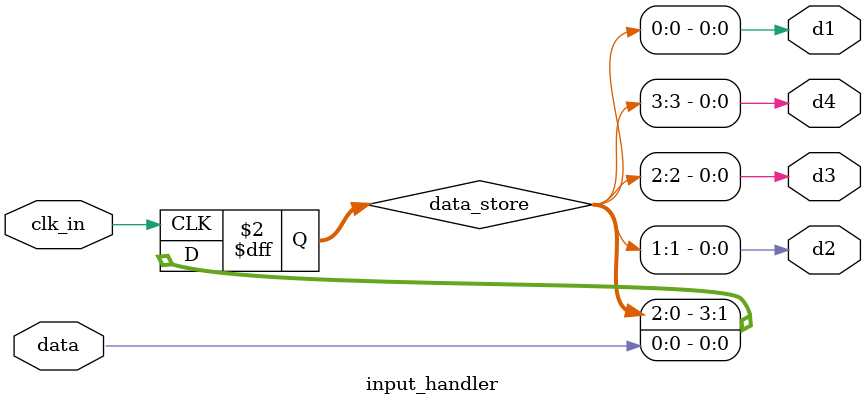
<source format=v>
`timescale 1ns / 1ps


module input_handler(
    input wire data,
    input clk_in,
    output wire d1,
    output wire d2,
    output wire d3,
    output wire d4
    );
    reg [3:0] data_store;
    always @ (posedge clk_in)
    begin
    data_store = {data_store[2:0],data};
    end
    assign d1 = data_store[0];
    assign d2 = data_store[1];
    assign d3 = data_store[2];
    assign d4 = data_store[3];
endmodule
</source>
